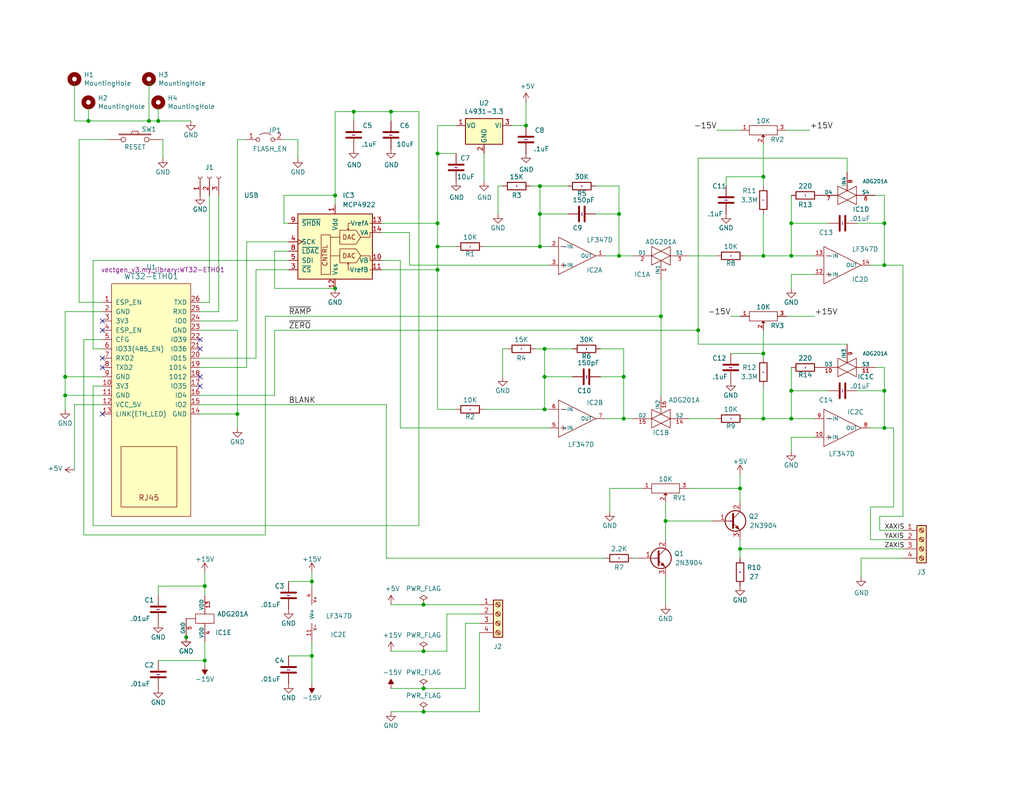
<source format=kicad_sch>
(kicad_sch (version 20211123) (generator eeschema)
  (paper "USLetter")
  (title_block (title "VECTGEN - ESP32") (date "2023-05-27") (rev "0") (comment 1 " ") (comment 3 "                   Wells Gardner 15V2000 Display Interface") (comment 4 "                               Vectgen X-Y Controller"))
  (lib_symbols
    (symbol "Analog_DAC:MCP4922" (pin_names (offset 1.016))
      (property "Reference" "IC3" (at 2.0194 12.7 0))
      (property "Value" "MCP4922" (at 2.0194 10.16 0))
      (symbol "MCP4922_0_0"
        (text "CNTRL" (at -2.032 -6.731 900) (effects (font (size 1.27 1.27)) (justify left bottom)))
        (text "DAC" (at 3.81 -3.81 0) (effects (font (size 1.27 1.27))))
        (text "DAC" (at 3.81 1.27 0) (effects (font (size 1.27 1.27))))
      )
      (symbol "MCP4922_1_1"
        (pin power_in line (at 0 10.16 270) (length 2.54) (name "Vdd") (number "1"))
        (pin output line (at 12.7 -5.08 180) (length 2.54) (name "VB") (number "10"))
        (pin input line (at 12.7 -7.62 180) (length 2.54) (name "VrefB") (number "11"))
        (pin power_in line (at 0 -12.7 90) (length 2.54) (name "Vss") (number "12"))
        (pin input line (at 12.7 5.08 180) (length 2.54) (name "VrefA") (number "13"))
        (pin output line (at 12.7 2.54 180) (length 2.54) (name "VA") (number "14"))
        (pin no_connect line (at -7.62 -12.7 90) (length 2.54) hide (name "NC") (number "2"))
        (pin input line (at -12.7 -7.62 0) (length 2.54) (name "~{CS}") (number "3"))
        (pin input clock (at -12.7 0 0) (length 2.54) (name "SCK") (number "4"))
        (pin input line (at -12.7 -5.08 0) (length 2.54) (name "SDI") (number "5"))
        (pin no_connect line (at -5.08 -12.7 90) (length 2.54) hide (name "NC") (number "6"))
        (pin no_connect line (at -2.54 -12.7 90) (length 2.54) hide (name "NC") (number "7"))
        (pin input line (at -12.7 -2.54 0) (length 2.54) (name "~{LDAC}") (number "8"))
        (pin input line (at -12.7 5.08 0) (length 2.54) (name "~{SHDN}") (number "9"))
      )
    )
    (symbol "Connector:Conn_01x03_Female" (pin_names (offset 1.016) hide)
      (property "Reference" "J" (at 0 5.08 0))
      (property "Value" "Conn_01x03_Female" (at 0 -5.08 0))
      (symbol "Conn_01x03_Female_1_1"
        (pin passive line (at -5.08 2.54 0) (length 3.81) (name "Pin_1") (number "1"))
        (pin passive line (at -5.08 0 0) (length 3.81) (name "Pin_2") (number "2"))
        (pin passive line (at -5.08 -2.54 0) (length 3.81) (name "Pin_3") (number "3"))
      )
    )
    (symbol "Connector:Screw_Terminal_01x04" (pin_names (offset 1.016) hide)
      (property "Reference" "J" (at 0 5.08 0))
      (property "Value" "Screw_Terminal_01x04" (at 0 -7.62 0))
      (symbol "Screw_Terminal_01x04_1_1"
        (pin passive line (at -5.08 2.54 0) (length 3.81) (name "Pin_1") (number "1"))
        (pin passive line (at -5.08 0 0) (length 3.81) (name "Pin_2") (number "2"))
        (pin passive line (at -5.08 -2.54 0) (length 3.81) (name "Pin_3") (number "3"))
        (pin passive line (at -5.08 -5.08 0) (length 3.81) (name "Pin_4") (number "4"))
      )
    )
    (symbol "Device:C" (pin_numbers hide) (pin_names (offset 0.254))
      (property "Reference" "C" (at 0.635 2.54 0))
      (property "Value" "C" (at 0.635 -2.54 0))
      (symbol "C_1_1"
        (pin passive line (at 0 3.81 270) (length 2.794) (name "~") (number "1"))
        (pin passive line (at 0 -3.81 90) (length 2.794) (name "~") (number "2"))
      )
    )
    (symbol "Device:Q_NPN_BCE" (pin_names (offset 0) hide)
      (property "Reference" "Q" (at 5.08 1.27 0))
      (property "Value" "Q_NPN_BCE" (at 5.08 -1.27 0))
      (symbol "Q_NPN_BCE_1_1"
        (pin input line (at -5.08 0 0) (length 5.715) (name "B") (number "1"))
        (pin passive line (at 2.54 5.08 270) (length 2.54) (name "C") (number "2"))
        (pin passive line (at 2.54 -5.08 90) (length 2.54) (name "E") (number "3"))
      )
    )
    (symbol "Device:R" (pin_numbers hide) (pin_names (offset 0))
      (property "Reference" "R" (at 2.032 0 90))
      (property "Value" "R" (at 0 0 90))
      (symbol "R_1_1"
        (pin passive line (at 0 3.81 270) (length 1.27) (name "~") (number "1"))
        (pin passive line (at 0 -3.81 90) (length 1.27) (name "~") (number "2"))
      )
    )
    (symbol "Jumper:Jumper_2_Open" (pin_names (offset 0) hide)
      (property "Reference" "JP" (at 0 2.794 0))
      (property "Value" "Jumper_2_Open" (at 0 -2.286 0))
      (symbol "Jumper_2_Open_1_1"
        (pin passive line (at -5.08 0 0) (length 2.54) (name "A") (number "1"))
        (pin passive line (at 5.08 0 180) (length 2.54) (name "B") (number "2"))
      )
    )
    (symbol "Mechanical:MountingHole" (pin_names (offset 1.016))
      (property "Reference" "H" (at 0 5.08 0))
      (property "Value" "MountingHole" (at 0 3.175 0))
    )
    (symbol "Regulator_Linear:LM2931AZ-5.0_TO92" (pin_names (offset 0.254))
      (property "Reference" "U" (at -3.81 3.175 0))
      (property "Value" "LM2931AZ-5.0_TO92" (at 0 3.175 0))
      (symbol "LM2931AZ-5.0_TO92_1_1"
        (pin power_out line (at 7.62 0 180) (length 2.54) (name "VO") (number "1"))
        (pin power_in line (at 0 -7.62 90) (length 2.54) (name "GND") (number "2"))
        (pin power_in line (at -7.62 0 0) (length 2.54) (name "VI") (number "3"))
      )
    )
    (symbol "power:+15V" (power) (pin_names (offset 0))
      (property "Value" "+15V" (at 0 3.556 0))
      (symbol "+15V_1_1"
        (pin power_in line (at 0 0 90) (length 0) hide (name "+15V") (number "1"))
      )
    )
    (symbol "power:+5V" (power) (pin_names (offset 0))
      (property "Value" "+5V" (at 0 3.556 0))
      (symbol "+5V_1_1"
        (pin power_in line (at 0 0 90) (length 0) hide (name "+5V") (number "1"))
      )
    )
    (symbol "power:-15V" (power) (pin_names (offset 0))
      (property "Value" "-15V" (at 0 3.81 0))
      (symbol "-15V_0_0"
        (pin power_in line (at 0 0 90) (length 0) hide (name "-15V") (number "1"))
      )
    )
    (symbol "power:GND" (power) (pin_names (offset 0))
      (property "Value" "GND" (at 0 -3.81 0))
      (symbol "GND_1_1"
        (pin power_in line (at 0 0 270) (length 0) hide (name "GND") (number "1"))
      )
    )
    (symbol "power:PWR_FLAG" (power) (pin_numbers hide) (pin_names (offset 0) hide)
      (property "Value" "PWR_FLAG" (at 0 3.81 0))
      (symbol "PWR_FLAG_0_0"
        (pin power_out line (at 0 0 90) (length 0) (name "pwr") (number "1"))
      )
    )
    (symbol "vectgen_V2-rescue:ADG202A-vectgen_V2-rescue-vectgen_V2-rescue" (pin_names (offset 0))
      (property "Reference" "U" (at 5.08 -3.7846 0))
      (property "Value" "ADG202A-vectgen_V2-rescue-vectgen_V2-rescue" (at 6.35 3.81 0))
      (symbol "ADG202A-vectgen_V2-rescue-vectgen_V2-rescue_1_1"
        (pin input line (at 0 -6.35 90) (length 5.08) (name "IN1") (number "1"))
        (pin bidirectional line (at -7.62 0 0) (length 5.08) (name "D1") (number "2"))
        (pin bidirectional line (at 7.62 0 180) (length 5.08) (name "S1") (number "3"))
      )
      (symbol "ADG202A-vectgen_V2-rescue-vectgen_V2-rescue_2_1"
        (pin bidirectional line (at 7.62 0 180) (length 5.08) (name "S2") (number "14"))
        (pin bidirectional line (at -7.62 0 0) (length 5.08) (name "D2") (number "15"))
        (pin input line (at 0 -6.35 90) (length 5.08) (name "IN2") (number "16"))
      )
      (symbol "ADG202A-vectgen_V2-rescue-vectgen_V2-rescue_3_1"
        (pin bidirectional line (at -7.62 0 0) (length 5.08) (name "D3") (number "10"))
        (pin bidirectional line (at 7.62 0 180) (length 5.08) (name "S3") (number "11"))
        (pin input line (at 0 -6.35 90) (length 5.08) (name "IN3") (number "9"))
      )
      (symbol "ADG202A-vectgen_V2-rescue-vectgen_V2-rescue_4_1"
        (pin bidirectional line (at 7.62 0 180) (length 5.08) (name "S4") (number "6"))
        (pin bidirectional line (at -7.62 0 0) (length 5.08) (name "D4") (number "7"))
        (pin input line (at 0 -6.35 90) (length 5.08) (name "IN4") (number "8"))
      )
      (symbol "ADG202A-vectgen_V2-rescue-vectgen_V2-rescue_5_1"
        (pin passive line (at 0 6.35 270) (length 5.08) (name "VDD") (number "13"))
        (pin input line (at 0 -6.35 90) (length 5.08) (name "VDD") (number "4"))
        (pin passive line (at -5.08 -5.08 90) (length 5.08) (name "GND") (number "5"))
      )
    )
    (symbol "vectgen_V2-rescue:LF347D-vectgen_V2-rescue-vectgen_V2-rescue" (pin_names (offset 1.016))
      (property "Reference" "IC" (at 2.54 3.175 0))
      (property "Value" "LF347D-vectgen_V2-rescue-vectgen_V2-rescue" (at 2.54 -5.08 0))
      (symbol "LF347D-vectgen_V2-rescue-vectgen_V2-rescue_1_1"
        (pin output line (at 7.62 0 180) (length 2.54) (name "OUT") (number "1"))
        (pin input line (at -7.62 -2.54 0) (length 2.54) (name "-IN") (number "2"))
        (pin input line (at -7.62 2.54 0) (length 2.54) (name "+IN") (number "3"))
      )
      (symbol "LF347D-vectgen_V2-rescue-vectgen_V2-rescue_2_1"
        (pin input line (at -7.62 2.54 0) (length 2.54) (name "+IN") (number "5"))
        (pin input line (at -7.62 -2.54 0) (length 2.54) (name "-IN") (number "6"))
        (pin output line (at 7.62 0 180) (length 2.54) (name "OUT") (number "7"))
      )
      (symbol "LF347D-vectgen_V2-rescue-vectgen_V2-rescue_3_1"
        (pin input line (at -7.62 2.54 0) (length 2.54) (name "+IN") (number "10"))
        (pin output line (at 7.62 0 180) (length 2.54) (name "OUT") (number "8"))
        (pin input line (at -7.62 -2.54 0) (length 2.54) (name "-IN") (number "9"))
      )
      (symbol "LF347D-vectgen_V2-rescue-vectgen_V2-rescue_4_1"
        (pin input line (at -7.62 2.54 0) (length 2.54) (name "+IN") (number "12"))
        (pin input line (at -7.62 -2.54 0) (length 2.54) (name "-IN") (number "13"))
        (pin output line (at 7.62 0 180) (length 2.54) (name "OUT") (number "14"))
      )
      (symbol "LF347D-vectgen_V2-rescue-vectgen_V2-rescue_5_0"
        (text "V+" (at 0.8636 3.9878 1) (effects (font (size 0.8128 0.8128))))
        (text "V-" (at 0.8636 -3.6322 1) (effects (font (size 0.8128 0.8128))))
      )
      (symbol "LF347D-vectgen_V2-rescue-vectgen_V2-rescue_5_1"
        (pin power_in line (at 0 -7.62 90) (length 5.08) (name "V-") (number "11"))
        (pin power_in line (at 0 7.62 270) (length 5.08) (name "V+") (number "4"))
      )
    )
    (symbol "vectgen_V2-rescue:POT-vectgen_V2-rescue-vectgen_V2-rescue" (pin_names (offset 1.016) hide)
      (property "Reference" "RV" (at 0 -2.54 0))
      (property "Value" "POT-vectgen_V2-rescue-vectgen_V2-rescue" (at 0 0 0))
      (symbol "POT-vectgen_V2-rescue-vectgen_V2-rescue_1_1"
        (pin passive line (at -6.35 0 0) (length 2.54) (name "1") (number "1"))
        (pin passive line (at 0 3.81 270) (length 2.032) (name "2") (number "2"))
        (pin passive line (at 6.35 0 180) (length 2.54) (name "3") (number "3"))
      )
    )
    (symbol "vectgen_V2-rescue:SW_PUSH-vectgen_V2-rescue-vectgen_V2-rescue" (pin_numbers hide) (pin_names (offset 1.016) hide)
      (property "Reference" "SW" (at 3.81 2.794 0))
      (property "Value" "SW_PUSH-vectgen_V2-rescue-vectgen_V2-rescue" (at 0 -2.032 0))
      (symbol "SW_PUSH-vectgen_V2-rescue-vectgen_V2-rescue_0_1"
        (pin passive inverted (at -7.62 0 0) (length 5.08) (name "1") (number "1"))
        (pin passive inverted (at 7.62 0 180) (length 5.08) (name "2") (number "2"))
      )
    )
    (symbol "vectgen_V2-rescue:WT32-ETH01" (pin_names (offset 1.016))
      (property "Reference" "U" (at 20.32 -36.83 0))
      (property "Value" "WT32-ETH01" (at 0 0 0))
      (symbol "WT32-ETH01_0_0"
        (text "RJ45" (at 0 -59.69 0) (effects (font (size 1.524 1.524))))
        (pin bidirectional line (at -12.7 -6.35 0) (length 2.54) (name "ESP_EN") (number "1"))
        (pin power_in line (at -12.7 -8.89 0) (length 2.54) (name "GND") (number "2"))
        (pin power_out line (at -12.7 -11.43 0) (length 2.54) (name "3V3") (number "3"))
        (pin bidirectional line (at -12.7 -13.97 0) (length 2.54) (name "ESP_EN") (number "4"))
        (pin bidirectional line (at -12.7 -16.51 0) (length 2.54) (name "CFG") (number "5"))
      )
      (symbol "WT32-ETH01_1_1"
        (pin power_out line (at -12.7 -29.21 0) (length 2.54) (name "3V3") (number "10"))
        (pin power_in line (at -12.7 -31.75 0) (length 2.54) (name "GND") (number "11"))
        (pin power_in line (at -12.7 -34.29 0) (length 2.54) (name "VCC_5V") (number "12"))
        (pin bidirectional line (at -12.7 -36.83 0) (length 2.54) (name "LINK(ETH_LED)") (number "13"))
        (pin power_in line (at 13.97 -36.83 180) (length 2.54) (name "GND") (number "14"))
        (pin bidirectional line (at 13.97 -34.29 180) (length 2.54) (name "IO2") (number "15"))
        (pin bidirectional line (at 13.97 -31.75 180) (length 2.54) (name "IO4") (number "16"))
        (pin bidirectional line (at 13.97 -29.21 180) (length 2.54) (name "IO35") (number "17"))
        (pin bidirectional line (at 13.97 -26.67 180) (length 2.54) (name "1012") (number "18"))
        (pin bidirectional line (at 13.97 -24.13 180) (length 2.54) (name "1014") (number "19"))
        (pin bidirectional line (at 13.97 -21.59 180) (length 2.54) (name "IO15") (number "20"))
        (pin input line (at 13.97 -19.05 180) (length 2.54) (name "IO36") (number "21"))
        (pin input line (at 13.97 -16.51 180) (length 2.54) (name "IO39") (number "22"))
        (pin power_in line (at 13.97 -13.97 180) (length 2.54) (name "GND") (number "23"))
        (pin bidirectional line (at 13.97 -11.43 180) (length 2.54) (name "IO0") (number "24"))
        (pin bidirectional line (at 13.97 -8.89 180) (length 2.54) (name "RXD") (number "25"))
        (pin bidirectional line (at 13.97 -6.35 180) (length 2.54) (name "TXD") (number "26"))
        (pin bidirectional line (at -12.7 -19.05 0) (length 2.54) (name "IO33(485_EN)") (number "6"))
        (pin bidirectional line (at -12.7 -21.59 0) (length 2.54) (name "RXD2") (number "7"))
        (pin bidirectional line (at -12.7 -24.13 0) (length 2.54) (name "TXD2") (number "8"))
        (pin power_in line (at -12.7 -26.67 0) (length 2.54) (name "GND") (number "9"))
      )
    )
  )
  (junction (at 168.91 58.42))
  (junction (at 215.9 60.96))
  (junction (at 115.57 177.8))
  (junction (at 119.38 41.91))
  (junction (at 148.59 111.76))
  (junction (at 115.57 187.96))
  (junction (at 55.88 180.34))
  (junction (at 215.9 114.3))
  (junction (at 17.78 107.95))
  (junction (at 170.18 102.87))
  (junction (at 201.93 133.35))
  (junction (at 147.32 58.42))
  (junction (at 180.34 86.36))
  (junction (at 241.3 72.39))
  (junction (at 215.9 69.85))
  (junction (at 147.32 67.31))
  (junction (at 85.09 158.75))
  (junction (at 40.64 33.02))
  (junction (at 170.18 114.3))
  (junction (at 168.91 69.85))
  (junction (at 50.8 173.99))
  (junction (at 119.38 67.31))
  (junction (at 215.9 106.68))
  (junction (at 96.52 30.48))
  (junction (at 201.93 149.86))
  (junction (at 181.61 142.24))
  (junction (at 241.3 116.84))
  (junction (at 241.3 106.68))
  (junction (at 17.78 102.87))
  (junction (at 190.5 90.17))
  (junction (at 43.18 33.02))
  (junction (at 148.59 95.25))
  (junction (at 115.57 165.1))
  (junction (at 208.28 69.85))
  (junction (at 147.32 50.8))
  (junction (at 241.3 60.96))
  (junction (at 208.28 96.52))
  (junction (at 91.44 53.34))
  (junction (at 55.88 160.02))
  (junction (at 115.57 194.31))
  (junction (at 91.44 78.74))
  (junction (at 119.38 73.66))
  (junction (at 85.09 179.07))
  (junction (at 148.59 102.87))
  (junction (at 208.28 48.26))
  (junction (at 208.28 114.3))
  (junction (at 106.68 30.48))
  (junction (at 119.38 60.96))
  (junction (at 143.51 34.29))
  (junction (at 24.13 33.02))
  (junction (at 64.77 113.03))
  (no_connect (at 27.94 87.63))
  (no_connect (at 27.94 113.03))
  (no_connect (at 27.94 97.79))
  (no_connect (at 27.94 100.33))
  (no_connect (at 54.61 105.41))
  (no_connect (at 54.61 92.71))
  (no_connect (at 27.94 90.17))
  (no_connect (at 54.61 95.25))
  (no_connect (at 54.61 102.87))
  (wire (pts (xy 198.12 48.26) (xy 208.28 48.26)))
  (wire (pts (xy 20.32 110.49) (xy 27.94 110.49)))
  (wire (pts (xy 115.57 165.1) (xy 130.81 165.1)))
  (wire (pts (xy 130.81 170.18) (xy 127 170.18)))
  (wire (pts (xy 181.61 142.24) (xy 181.61 147.32)))
  (wire (pts (xy 181.61 137.16) (xy 181.61 142.24)))
  (wire (pts (xy 165.1 69.85) (xy 168.91 69.85)))
  (wire (pts (xy 54.61 85.09) (xy 59.69 85.09)))
  (wire (pts (xy 127 187.96) (xy 115.57 187.96)))
  (wire (pts (xy 77.47 60.96) (xy 78.74 60.96)))
  (wire (pts (xy 72.39 86.36) (xy 72.39 146.05)))
  (wire (pts (xy 237.49 147.32) (xy 246.38 147.32)))
  (wire (pts (xy 43.18 180.34) (xy 55.88 180.34)))
  (wire (pts (xy 214.63 35.56) (xy 220.98 35.56)))
  (wire (pts (xy 67.31 38.1) (xy 64.77 38.1)))
  (wire (pts (xy 127 170.18) (xy 127 187.96)))
  (wire (pts (xy 132.08 41.91) (xy 132.08 49.53)))
  (wire (pts (xy 27.94 107.95) (xy 17.78 107.95)))
  (wire (pts (xy 241.3 106.68) (xy 241.3 116.84)))
  (wire (pts (xy 55.88 175.26) (xy 55.88 180.34)))
  (wire (pts (xy 208.28 114.3) (xy 215.9 114.3)))
  (wire (pts (xy 208.28 39.37) (xy 208.28 48.26)))
  (wire (pts (xy 109.22 71.12) (xy 109.22 116.84)))
  (wire (pts (xy 190.5 90.17) (xy 190.5 93.98)))
  (wire (pts (xy 143.51 27.94) (xy 143.51 34.29)))
  (wire (pts (xy 222.25 74.93) (xy 215.9 74.93)))
  (wire (pts (xy 166.37 133.35) (xy 166.37 139.7)))
  (wire (pts (xy 208.28 69.85) (xy 215.9 69.85)))
  (wire (pts (xy 27.94 92.71) (xy 22.86 92.71)))
  (wire (pts (xy 20.32 33.02) (xy 24.13 33.02)))
  (wire (pts (xy 20.32 22.86) (xy 20.32 33.02)))
  (wire (pts (xy 85.09 158.75) (xy 85.09 160.02)))
  (wire (pts (xy 43.18 29.21) (xy 43.18 33.02)))
  (wire (pts (xy 165.1 114.3) (xy 170.18 114.3)))
  (wire (pts (xy 40.64 33.02) (xy 43.18 33.02)))
  (wire (pts (xy 85.09 156.21) (xy 85.09 158.75)))
  (wire (pts (xy 64.77 90.17) (xy 64.77 113.03)))
  (wire (pts (xy 74.93 78.74) (xy 91.44 78.74)))
  (wire (pts (xy 54.61 113.03) (xy 64.77 113.03)))
  (wire (pts (xy 201.93 149.86) (xy 201.93 152.4)))
  (wire (pts (xy 54.61 87.63) (xy 64.77 87.63)))
  (wire (pts (xy 132.08 111.76) (xy 148.59 111.76)))
  (wire (pts (xy 215.9 106.68) (xy 215.9 114.3)))
  (wire (pts (xy 168.91 69.85) (xy 172.72 69.85)))
  (wire (pts (xy 124.46 111.76) (xy 119.38 111.76)))
  (wire (pts (xy 135.89 50.8) (xy 135.89 58.42)))
  (wire (pts (xy 64.77 87.63) (xy 64.77 38.1)))
  (wire (pts (xy 105.41 110.49) (xy 105.41 152.4)))
  (wire (pts (xy 237.49 116.84) (xy 241.3 116.84)))
  (wire (pts (xy 25.4 143.51) (xy 114.3 143.51)))
  (wire (pts (xy 115.57 194.31) (xy 106.68 194.31)))
  (wire (pts (xy 190.5 93.98) (xy 231.14 93.98)))
  (wire (pts (xy 85.09 179.07) (xy 85.09 186.69)))
  (wire (pts (xy 119.38 34.29) (xy 124.46 34.29)))
  (wire (pts (xy 243.84 138.43) (xy 237.49 138.43)))
  (wire (pts (xy 201.93 147.32) (xy 201.93 149.86)))
  (wire (pts (xy 43.18 33.02) (xy 52.07 33.02)))
  (wire (pts (xy 106.68 187.96) (xy 115.57 187.96)))
  (wire (pts (xy 96.52 30.48) (xy 106.68 30.48)))
  (wire (pts (xy 21.59 82.55) (xy 21.59 38.1)))
  (wire (pts (xy 17.78 102.87) (xy 17.78 107.95)))
  (wire (pts (xy 21.59 38.1) (xy 29.21 38.1)))
  (wire (pts (xy 208.28 90.17) (xy 208.28 96.52)))
  (wire (pts (xy 208.28 96.52) (xy 208.28 97.79)))
  (wire (pts (xy 64.77 113.03) (xy 64.77 116.84)))
  (wire (pts (xy 67.31 66.04) (xy 67.31 100.33)))
  (wire (pts (xy 162.56 58.42) (xy 168.91 58.42)))
  (wire (pts (xy 121.92 177.8) (xy 115.57 177.8)))
  (wire (pts (xy 114.3 30.48) (xy 114.3 143.51)))
  (wire (pts (xy 54.61 107.95) (xy 74.93 107.95)))
  (wire (pts (xy 137.16 50.8) (xy 135.89 50.8)))
  (wire (pts (xy 168.91 50.8) (xy 162.56 50.8)))
  (wire (pts (xy 231.14 43.18) (xy 231.14 46.99)))
  (wire (pts (xy 215.9 106.68) (xy 226.06 106.68)))
  (wire (pts (xy 25.4 105.41) (xy 25.4 143.51)))
  (wire (pts (xy 119.38 111.76) (xy 119.38 73.66)))
  (wire (pts (xy 201.93 133.35) (xy 187.96 133.35)))
  (wire (pts (xy 78.74 179.07) (xy 85.09 179.07)))
  (wire (pts (xy 208.28 48.26) (xy 208.28 50.8)))
  (wire (pts (xy 137.16 95.25) (xy 137.16 102.87)))
  (wire (pts (xy 74.93 78.74) (xy 74.93 68.58)))
  (wire (pts (xy 106.68 165.1) (xy 115.57 165.1)))
  (wire (pts (xy 240.03 144.78) (xy 246.38 144.78)))
  (wire (pts (xy 201.93 129.54) (xy 201.93 133.35)))
  (wire (pts (xy 148.59 111.76) (xy 149.86 111.76)))
  (wire (pts (xy 106.68 30.48) (xy 114.3 30.48)))
  (wire (pts (xy 246.38 140.97) (xy 240.03 140.97)))
  (wire (pts (xy 77.47 53.34) (xy 77.47 60.96)))
  (wire (pts (xy 208.28 105.41) (xy 208.28 114.3)))
  (wire (pts (xy 170.18 95.25) (xy 163.83 95.25)))
  (wire (pts (xy 78.74 158.75) (xy 85.09 158.75)))
  (wire (pts (xy 54.61 97.79) (xy 69.85 97.79)))
  (wire (pts (xy 55.88 156.21) (xy 55.88 160.02)))
  (wire (pts (xy 130.81 167.64) (xy 121.92 167.64)))
  (wire (pts (xy 215.9 69.85) (xy 222.25 69.85)))
  (wire (pts (xy 25.4 95.25) (xy 25.4 71.12)))
  (wire (pts (xy 195.58 114.3) (xy 187.96 114.3)))
  (wire (pts (xy 69.85 73.66) (xy 78.74 73.66)))
  (wire (pts (xy 234.95 152.4) (xy 234.95 157.48)))
  (wire (pts (xy 119.38 60.96) (xy 119.38 67.31)))
  (wire (pts (xy 203.2 69.85) (xy 208.28 69.85)))
  (wire (pts (xy 198.12 50.8) (xy 198.12 48.26)))
  (wire (pts (xy 54.61 82.55) (xy 57.15 82.55)))
  (wire (pts (xy 148.59 95.25) (xy 148.59 102.87)))
  (wire (pts (xy 241.3 53.34) (xy 241.3 60.96)))
  (wire (pts (xy 180.34 86.36) (xy 180.34 107.95)))
  (wire (pts (xy 55.88 180.34) (xy 55.88 181.61)))
  (wire (pts (xy 27.94 102.87) (xy 17.78 102.87)))
  (wire (pts (xy 27.94 105.41) (xy 25.4 105.41)))
  (wire (pts (xy 234.95 152.4) (xy 246.38 152.4)))
  (wire (pts (xy 124.46 41.91) (xy 119.38 41.91)))
  (wire (pts (xy 54.61 100.33) (xy 67.31 100.33)))
  (wire (pts (xy 119.38 34.29) (xy 119.38 41.91)))
  (wire (pts (xy 85.09 175.26) (xy 85.09 179.07)))
  (wire (pts (xy 201.93 86.36) (xy 199.39 86.36)))
  (wire (pts (xy 146.05 95.25) (xy 148.59 95.25)))
  (wire (pts (xy 27.94 82.55) (xy 21.59 82.55)))
  (wire (pts (xy 154.94 58.42) (xy 147.32 58.42)))
  (wire (pts (xy 156.21 102.87) (xy 148.59 102.87)))
  (wire (pts (xy 215.9 60.96) (xy 215.9 53.34)))
  (wire (pts (xy 215.9 100.33) (xy 215.9 106.68)))
  (wire (pts (xy 170.18 114.3) (xy 172.72 114.3)))
  (wire (pts (xy 72.39 86.36) (xy 180.34 86.36)))
  (wire (pts (xy 199.39 96.52) (xy 208.28 96.52)))
  (wire (pts (xy 201.93 133.35) (xy 201.93 137.16)))
  (wire (pts (xy 104.14 60.96) (xy 119.38 60.96)))
  (wire (pts (xy 233.68 60.96) (xy 241.3 60.96)))
  (wire (pts (xy 168.91 50.8) (xy 168.91 58.42)))
  (wire (pts (xy 57.15 53.34) (xy 57.15 82.55)))
  (wire (pts (xy 109.22 116.84) (xy 149.86 116.84)))
  (wire (pts (xy 237.49 72.39) (xy 241.3 72.39)))
  (wire (pts (xy 43.18 162.56) (xy 43.18 160.02)))
  (wire (pts (xy 104.14 71.12) (xy 109.22 71.12)))
  (wire (pts (xy 180.34 76.2) (xy 180.34 86.36)))
  (wire (pts (xy 215.9 119.38) (xy 215.9 123.19)))
  (wire (pts (xy 132.08 67.31) (xy 147.32 67.31)))
  (wire (pts (xy 241.3 60.96) (xy 241.3 72.39)))
  (wire (pts (xy 208.28 58.42) (xy 208.28 69.85)))
  (wire (pts (xy 241.3 72.39) (xy 246.38 72.39)))
  (wire (pts (xy 241.3 116.84) (xy 243.84 116.84)))
  (wire (pts (xy 27.94 85.09) (xy 17.78 85.09)))
  (wire (pts (xy 240.03 140.97) (xy 240.03 144.78)))
  (wire (pts (xy 91.44 55.88) (xy 91.44 53.34)))
  (wire (pts (xy 147.32 50.8) (xy 147.32 58.42)))
  (wire (pts (xy 119.38 67.31) (xy 124.46 67.31)))
  (wire (pts (xy 130.81 194.31) (xy 115.57 194.31)))
  (wire (pts (xy 170.18 102.87) (xy 170.18 114.3)))
  (wire (pts (xy 238.76 100.33) (xy 241.3 100.33)))
  (wire (pts (xy 121.92 167.64) (xy 121.92 177.8)))
  (wire (pts (xy 181.61 157.48) (xy 181.61 165.1)))
  (wire (pts (xy 27.94 95.25) (xy 25.4 95.25)))
  (wire (pts (xy 215.9 114.3) (xy 222.25 114.3)))
  (wire (pts (xy 187.96 69.85) (xy 195.58 69.85)))
  (wire (pts (xy 69.85 97.79) (xy 69.85 73.66)))
  (wire (pts (xy 163.83 102.87) (xy 170.18 102.87)))
  (wire (pts (xy 168.91 58.42) (xy 168.91 69.85)))
  (wire (pts (xy 138.43 95.25) (xy 137.16 95.25)))
  (wire (pts (xy 54.61 110.49) (xy 105.41 110.49)))
  (wire (pts (xy 148.59 102.87) (xy 148.59 111.76)))
  (wire (pts (xy 91.44 30.48) (xy 96.52 30.48)))
  (wire (pts (xy 77.47 53.34) (xy 91.44 53.34)))
  (wire (pts (xy 17.78 85.09) (xy 17.78 102.87)))
  (wire (pts (xy 237.49 138.43) (xy 237.49 147.32)))
  (wire (pts (xy 214.63 86.36) (xy 222.25 86.36)))
  (wire (pts (xy 190.5 43.18) (xy 190.5 90.17)))
  (wire (pts (xy 111.76 63.5) (xy 111.76 72.39)))
  (wire (pts (xy 143.51 34.29) (xy 139.7 34.29)))
  (wire (pts (xy 147.32 58.42) (xy 147.32 67.31)))
  (wire (pts (xy 25.4 71.12) (xy 78.74 71.12)))
  (wire (pts (xy 233.68 106.68) (xy 241.3 106.68)))
  (wire (pts (xy 215.9 119.38) (xy 222.25 119.38)))
  (wire (pts (xy 41.91 22.86) (xy 40.64 22.86)))
  (wire (pts (xy 147.32 50.8) (xy 154.94 50.8)))
  (wire (pts (xy 119.38 41.91) (xy 119.38 60.96)))
  (wire (pts (xy 74.93 107.95) (xy 74.93 90.17)))
  (wire (pts (xy 215.9 60.96) (xy 226.06 60.96)))
  (wire (pts (xy 241.3 100.33) (xy 241.3 106.68)))
  (wire (pts (xy 55.88 160.02) (xy 55.88 162.56)))
  (wire (pts (xy 22.86 146.05) (xy 72.39 146.05)))
  (wire (pts (xy 246.38 72.39) (xy 246.38 140.97)))
  (wire (pts (xy 43.18 160.02) (xy 55.88 160.02)))
  (wire (pts (xy 24.13 33.02) (xy 40.64 33.02)))
  (wire (pts (xy 215.9 74.93) (xy 215.9 78.74)))
  (wire (pts (xy 201.93 35.56) (xy 195.58 35.56)))
  (wire (pts (xy 203.2 114.3) (xy 208.28 114.3)))
  (wire (pts (xy 24.13 29.21) (xy 24.13 33.02)))
  (wire (pts (xy 243.84 116.84) (xy 243.84 138.43)))
  (wire (pts (xy 130.81 172.72) (xy 130.81 194.31)))
  (wire (pts (xy 104.14 63.5) (xy 111.76 63.5)))
  (wire (pts (xy 54.61 90.17) (xy 64.77 90.17)))
  (wire (pts (xy 67.31 66.04) (xy 78.74 66.04)))
  (wire (pts (xy 147.32 67.31) (xy 149.86 67.31)))
  (wire (pts (xy 91.44 53.34) (xy 91.44 30.48)))
  (wire (pts (xy 22.86 92.71) (xy 22.86 146.05)))
  (wire (pts (xy 241.3 53.34) (xy 238.76 53.34)))
  (wire (pts (xy 190.5 43.18) (xy 231.14 43.18)))
  (wire (pts (xy 20.32 110.49) (xy 20.32 128.27)))
  (wire (pts (xy 144.78 50.8) (xy 147.32 50.8)))
  (wire (pts (xy 104.14 73.66) (xy 119.38 73.66)))
  (wire (pts (xy 77.47 38.1) (xy 81.28 38.1)))
  (wire (pts (xy 81.28 38.1) (xy 81.28 43.18)))
  (wire (pts (xy 119.38 73.66) (xy 119.38 67.31)))
  (wire (pts (xy 96.52 33.02) (xy 96.52 30.48)))
  (wire (pts (xy 106.68 33.02) (xy 106.68 30.48)))
  (wire (pts (xy 59.69 85.09) (xy 59.69 53.34)))
  (wire (pts (xy 40.64 22.86) (xy 40.64 33.02)))
  (wire (pts (xy 170.18 95.25) (xy 170.18 102.87)))
  (wire (pts (xy 111.76 72.39) (xy 149.86 72.39)))
  (wire (pts (xy 74.93 90.17) (xy 190.5 90.17)))
  (wire (pts (xy 172.72 152.4) (xy 173.99 152.4)))
  (wire (pts (xy 106.68 177.8) (xy 115.57 177.8)))
  (wire (pts (xy 215.9 69.85) (xy 215.9 60.96)))
  (wire (pts (xy 194.31 142.24) (xy 181.61 142.24)))
  (wire (pts (xy 201.93 149.86) (xy 246.38 149.86)))
  (wire (pts (xy 105.41 152.4) (xy 165.1 152.4)))
  (wire (pts (xy 175.26 133.35) (xy 166.37 133.35)))
  (wire (pts (xy 74.93 68.58) (xy 78.74 68.58)))
  (wire (pts (xy 44.45 38.1) (xy 44.45 43.18)))
  (wire (pts (xy 148.59 95.25) (xy 156.21 95.25)))
  (wire (pts (xy 17.78 107.95) (xy 17.78 111.76)))
  (text "  " (at 189.23 190.5 0) (effects (font (size 1.4986 1.4986)) (justify left bottom)))
  (label "-15V" (at 195.58 35.56 180) (effects (font (size 1.524 1.524))))
  (label "XAXIS" (at 241.3 144.78 0))
  (label "YAXIS" (at 241.3 147.32 0))
  (label "BLANK" (at 78.74 110.49 0) (effects (font (size 1.524 1.524))))
  (label "+15V" (at 220.98 35.56 0) (effects (font (size 1.524 1.524))))
  (label "-15V" (at 199.39 86.36 180) (effects (font (size 1.524 1.524))))
  (label "ZAXIS" (at 241.3 149.86 0))
  (label "~{ZERO}" (at 78.74 90.17 0) (effects (font (size 1.524 1.524))))
  (label "+15V" (at 222.25 86.36 0) (effects (font (size 1.524 1.524))))
  (label "~{RAMP}" (at 78.74 86.36 0) (effects (font (size 1.524 1.524))))
  (symbol (lib_id "vectgen_V2-rescue:ADG202A-vectgen_V2-rescue-vectgen_V2-rescue") (at 180.34 69.85 0) (unit 1)
    (property "Reference" "IC1" (at 175.26 74.93 0))
    (property "Value" "ADG201A" (at 180.34 66.04 0))
    (property "Footprint" "Package_DIP:DIP-16_W7.62mm" (effects hide))
  )
  (symbol (lib_id "vectgen_V2-rescue:ADG202A-vectgen_V2-rescue-vectgen_V2-rescue") (at 180.34 114.3 0) (mirror x) (unit 2)
    (property "Reference" "IC1" (at 180.34 118.11 0))
    (property "Value" "ADG201A" (at 186.69 109.22 0))
    (property "Footprint" "Package_DIP:DIP-16_W7.62mm" (effects hide))
  )
  (symbol (lib_id "vectgen_V2-rescue:ADG202A-vectgen_V2-rescue-vectgen_V2-rescue") (at 231.14 100.33 0) (mirror x) (unit 3)
    (property "Reference" "IC1" (at 236.22 102.87 0))
    (property "Value" "ADG201A" (at 238.76 96.52 0) (effects (font (size 1.016 1.016))))
    (property "Footprint" "Package_DIP:DIP-16_W7.62mm" (effects hide))
  )
  (symbol (lib_id "vectgen_V2-rescue:ADG202A-vectgen_V2-rescue-vectgen_V2-rescue") (at 231.14 53.34 0) (mirror x) (unit 4)
    (property "Reference" "IC1" (at 234.95 57.15 0))
    (property "Value" "ADG201A" (at 238.76 49.53 0) (effects (font (size 1.016 1.016))))
    (property "Footprint" "Package_DIP:DIP-16_W7.62mm" (effects hide))
  )
  (symbol (lib_id "vectgen_V2-rescue:LF347D-vectgen_V2-rescue-vectgen_V2-rescue") (at 157.48 69.85 0) (mirror x) (unit 1)
    (property "Reference" "IC2" (at 160.02 73.025 0) (effects (justify left bottom)))
    (property "Value" "LF347D" (at 160.02 64.77 0) (effects (justify left bottom)))
    (property "Footprint" "Package_DIP:DIP-14_W7.62mm" (effects hide))
  )
  (symbol (lib_id "vectgen_V2-rescue:LF347D-vectgen_V2-rescue-vectgen_V2-rescue") (at 157.48 114.3 0) (mirror x) (unit 2)
    (property "Reference" "IC2" (at 160.02 109.22 0) (effects (justify left bottom)))
    (property "Value" "LF347D" (at 154.94 120.65 0) (effects (justify left bottom)))
    (property "Footprint" "Package_DIP:DIP-14_W7.62mm" (effects hide))
  )
  (symbol (lib_id "vectgen_V2-rescue:LF347D-vectgen_V2-rescue-vectgen_V2-rescue") (at 229.87 116.84 0) (mirror x) (unit 3)
    (property "Reference" "IC2" (at 231.14 111.76 0) (effects (justify left bottom)))
    (property "Value" "LF347D" (at 226.06 123.19 0) (effects (justify left bottom)))
    (property "Footprint" "Package_DIP:DIP-14_W7.62mm" (effects hide))
  )
  (symbol (lib_id "vectgen_V2-rescue:LF347D-vectgen_V2-rescue-vectgen_V2-rescue") (at 229.87 72.39 0) (mirror x) (unit 4)
    (property "Reference" "IC2" (at 232.41 75.565 0) (effects (justify left bottom)))
    (property "Value" "LF347D" (at 232.41 67.31 0) (effects (justify left bottom)))
    (property "Footprint" "Package_DIP:DIP-14_W7.62mm" (effects hide))
  )
  (symbol (lib_id "vectgen_V2-rescue:LF347D-vectgen_V2-rescue-vectgen_V2-rescue") (at 85.09 167.64 0) (unit 5)
    (property "Reference" "IC2" (at 90.17 173.99 0) (effects (justify left bottom)))
    (property "Value" "LF347D" (at 88.9 168.91 0) (effects (justify left bottom)))
    (property "Footprint" "Package_DIP:DIP-14_W7.62mm" (effects hide))
  )
  (symbol (lib_id "Device:R") (at 128.27 67.31 270) (unit 1)
    (property "Reference" "R1" (at 128.27 69.342 90))
    (property "Value" "10K" (at 128.27 64.77 90))
    (property "Footprint" "Resistor_THT:R_Axial_DIN0204_L3.6mm_D1.6mm_P7.62mm_Horizontal" (effects hide))
    (property "Datasheet" "~" (at 128.27 67.31 0) (effects (font (size 0.762 0.762))))
  )
  (symbol (lib_id "Device:R") (at 142.24 95.25 90) (unit 1)
    (property "Reference" "R4" (at 142.24 97.79 90))
    (property "Value" "15K" (at 142.24 92.71 90))
    (property "Footprint" "Resistor_THT:R_Axial_DIN0204_L3.6mm_D1.6mm_P7.62mm_Horizontal" (effects hide))
    (property "Datasheet" "~" (at 142.24 95.25 0) (effects (font (size 0.762 0.762))))
  )
  (symbol (lib_id "Device:R") (at 128.27 111.76 270) (unit 1)
    (property "Reference" "R2" (at 128.27 113.792 90))
    (property "Value" "10K" (at 128.27 109.22 90))
    (property "Footprint" "Resistor_THT:R_Axial_DIN0204_L3.6mm_D1.6mm_P7.62mm_Horizontal" (effects hide))
    (property "Datasheet" "~" (at 128.27 111.76 0) (effects (font (size 0.762 0.762))))
  )
  (symbol (lib_id "Device:R") (at 199.39 69.85 270) (unit 1)
    (property "Reference" "R8" (at 199.39 71.882 90))
    (property "Value" "10K" (at 199.39 67.31 90))
    (property "Footprint" "Resistor_THT:R_Axial_DIN0204_L3.6mm_D1.6mm_P7.62mm_Horizontal" (effects hide))
    (property "Datasheet" "~" (at 199.39 69.85 0) (effects (font (size 0.762 0.762))))
  )
  (symbol (lib_id "Device:R") (at 199.39 114.3 270) (unit 1)
    (property "Reference" "R9" (at 199.39 116.332 90))
    (property "Value" "10K" (at 199.39 111.76 90))
    (property "Footprint" "Resistor_THT:R_Axial_DIN0204_L3.6mm_D1.6mm_P7.62mm_Horizontal" (effects hide))
    (property "Datasheet" "~" (at 199.39 114.3 0) (effects (font (size 0.762 0.762))))
  )
  (symbol (lib_id "power:GND") (at 215.9 78.74 0) (unit 1)
    (property "Reference" "#PWR037" (effects hide))
    (property "Value" "GND" (at 215.9 82.55 0))
  )
  (symbol (lib_id "power:GND") (at 215.9 123.19 0) (unit 1)
    (property "Reference" "#PWR038" (effects hide))
    (property "Value" "GND" (at 215.9 127 0))
  )
  (symbol (lib_id "Device:C") (at 229.87 106.68 90) (unit 1)
    (property "Reference" "C14" (at 227.33 109.22 90) (effects (justify left)))
    (property "Value" ".01uF" (at 237.49 105.41 90) (effects (justify left)))
    (property "Footprint" "Capacitor_THT:C_Rect_L11.0mm_W2.8mm_P10.00mm_MKT" (effects hide))
    (property "Datasheet" "~" (at 229.87 106.68 0) (effects (font (size 1.524 1.524))))
  )
  (symbol (lib_id "Device:C") (at 229.87 60.96 90) (unit 1)
    (property "Reference" "C13" (at 227.33 63.5 90) (effects (justify left)))
    (property "Value" ".01uF" (at 237.49 59.69 90) (effects (justify left)))
    (property "Footprint" "Capacitor_THT:C_Rect_L11.0mm_W2.8mm_P10.00mm_MKT" (effects hide))
    (property "Datasheet" "~" (at 229.87 60.96 0) (effects (font (size 1.524 1.524))))
  )
  (symbol (lib_id "power:GND") (at 91.44 78.74 0) (unit 1)
    (property "Reference" "#PWR018" (effects hide))
    (property "Value" "GND" (at 91.44 82.55 0))
  )
  (symbol (lib_id "Device:Q_NPN_BCE") (at 179.07 152.4 0) (unit 1)
    (property "Reference" "Q1" (at 186.69 151.13 0) (effects (justify right)))
    (property "Value" "2N3904" (at 191.77 153.67 0) (effects (justify right)))
    (property "Footprint" "Package_TO_SOT_THT:TO-92" (effects hide))
    (property "Datasheet" "~" (at 179.07 152.4 0) (effects (font (size 1.524 1.524))))
  )
  (symbol (lib_id "Device:Q_NPN_BCE") (at 199.39 142.24 0) (unit 1)
    (property "Reference" "Q2" (at 207.01 140.97 0) (effects (justify right)))
    (property "Value" "2N3904" (at 212.09 143.51 0) (effects (justify right)))
    (property "Footprint" "Package_TO_SOT_THT:TO-92" (effects hide))
    (property "Datasheet" "~" (at 199.39 142.24 0) (effects (font (size 1.524 1.524))))
  )
  (symbol (lib_id "Device:R") (at 201.93 156.21 0) (unit 1)
    (property "Reference" "R10" (at 205.74 154.94 0))
    (property "Value" "27" (at 205.74 157.48 0))
    (property "Footprint" "Resistor_THT:R_Axial_DIN0204_L3.6mm_D1.6mm_P7.62mm_Horizontal" (effects hide))
    (property "Datasheet" "~" (at 201.93 156.21 0) (effects (font (size 0.762 0.762))))
  )
  (symbol (lib_id "Device:R") (at 168.91 152.4 270) (unit 1)
    (property "Reference" "R7" (at 168.91 154.94 90))
    (property "Value" "2.2K" (at 168.91 149.86 90))
    (property "Footprint" "Resistor_THT:R_Axial_DIN0204_L3.6mm_D1.6mm_P7.62mm_Horizontal" (effects hide))
    (property "Datasheet" "~" (at 168.91 152.4 0) (effects (font (size 0.762 0.762))))
  )
  (symbol (lib_id "vectgen_V2-rescue:POT-vectgen_V2-rescue-vectgen_V2-rescue") (at 181.61 133.35 0) (mirror x) (unit 1)
    (property "Reference" "RV1" (at 185.42 135.89 0))
    (property "Value" "10K" (at 181.61 130.81 0))
    (property "Footprint" "Potentiometer_THT:Potentiometer_Bourns_3296W_Vertical" (effects hide))
  )
  (symbol (lib_id "power:GND") (at 166.37 139.7 0) (unit 1)
    (property "Reference" "#PWR031" (effects hide))
    (property "Value" "GND" (at 166.37 143.51 0))
  )
  (symbol (lib_id "power:GND") (at 201.93 160.02 0) (unit 1)
    (property "Reference" "#PWR036" (effects hide))
    (property "Value" "GND" (at 201.93 163.83 0))
  )
  (symbol (lib_id "power:GND") (at 181.61 165.1 0) (unit 1)
    (property "Reference" "#PWR032" (effects hide))
    (property "Value" "GND" (at 181.61 168.91 0))
  )
  (symbol (lib_id "power:+5V") (at 201.93 129.54 0) (unit 1)
    (property "Reference" "#PWR035" (effects hide))
    (property "Value" "+5V" (at 201.93 125.984 0))
  )
  (symbol (lib_id "Device:R") (at 219.71 53.34 270) (unit 1)
    (property "Reference" "R13" (at 219.71 55.88 90))
    (property "Value" "220" (at 219.71 50.8 90))
    (property "Footprint" "Resistor_THT:R_Axial_DIN0204_L3.6mm_D1.6mm_P7.62mm_Horizontal" (effects hide))
    (property "Datasheet" "~" (at 219.71 53.34 0) (effects (font (size 0.762 0.762))))
  )
  (symbol (lib_id "vectgen_V2-rescue:POT-vectgen_V2-rescue-vectgen_V2-rescue") (at 208.28 35.56 0) (mirror x) (unit 1)
    (property "Reference" "RV2" (at 212.09 38.1 0))
    (property "Value" "10K" (at 208.28 33.02 0))
    (property "Footprint" "Potentiometer_THT:Potentiometer_Bourns_3296W_Vertical" (effects hide))
  )
  (symbol (lib_id "Device:R") (at 208.28 54.61 0) (unit 1)
    (property "Reference" "R11" (at 204.47 52.07 0))
    (property "Value" "3.3M" (at 204.47 54.61 0))
    (property "Footprint" "Resistor_THT:R_Axial_DIN0204_L3.6mm_D1.6mm_P7.62mm_Horizontal" (effects hide))
    (property "Datasheet" "~" (at 208.28 54.61 0) (effects (font (size 0.762 0.762))))
  )
  (symbol (lib_id "Device:C") (at 198.12 54.61 0) (unit 1)
    (property "Reference" "C11" (at 194.31 50.8 0) (effects (justify left)))
    (property "Value" ".1uF" (at 193.04 58.42 0) (effects (justify left)))
    (property "Footprint" "Capacitor_THT:C_Disc_D5.0mm_W2.5mm_P5.00mm" (effects hide))
    (property "Datasheet" "~" (at 198.12 54.61 0) (effects (font (size 1.524 1.524))))
  )
  (symbol (lib_id "power:GND") (at 198.12 58.42 0) (unit 1)
    (property "Reference" "#PWR033" (effects hide))
    (property "Value" "GND" (at 198.12 62.23 0))
  )
  (symbol (lib_id "Device:R") (at 219.71 100.33 270) (unit 1)
    (property "Reference" "R14" (at 219.71 102.362 90))
    (property "Value" "220" (at 219.71 97.79 90))
    (property "Footprint" "Resistor_THT:R_Axial_DIN0204_L3.6mm_D1.6mm_P7.62mm_Horizontal" (effects hide))
    (property "Datasheet" "~" (at 219.71 100.33 0) (effects (font (size 0.762 0.762))))
  )
  (symbol (lib_id "Device:R") (at 208.28 101.6 0) (unit 1)
    (property "Reference" "R12" (at 204.47 100.33 0))
    (property "Value" "3.3M" (at 204.47 102.87 0))
    (property "Footprint" "Resistor_THT:R_Axial_DIN0204_L3.6mm_D1.6mm_P7.62mm_Horizontal" (effects hide))
    (property "Datasheet" "~" (at 208.28 101.6 0) (effects (font (size 0.762 0.762))))
  )
  (symbol (lib_id "vectgen_V2-rescue:POT-vectgen_V2-rescue-vectgen_V2-rescue") (at 208.28 86.36 0) (mirror x) (unit 1)
    (property "Reference" "RV3" (at 212.09 88.9 0))
    (property "Value" "10K" (at 208.28 83.82 0))
    (property "Footprint" "Potentiometer_THT:Potentiometer_Bourns_3296W_Vertical" (effects hide))
  )
  (symbol (lib_id "Device:C") (at 199.39 100.33 0) (unit 1)
    (property "Reference" "C12" (at 194.31 97.79 0) (effects (justify left)))
    (property "Value" ".1uF" (at 194.31 102.87 0) (effects (justify left)))
    (property "Footprint" "Capacitor_THT:C_Disc_D5.0mm_W2.5mm_P5.00mm" (effects hide))
    (property "Datasheet" "~" (at 199.39 100.33 0) (effects (font (size 1.524 1.524))))
  )
  (symbol (lib_id "power:GND") (at 199.39 104.14 0) (unit 1)
    (property "Reference" "#PWR034" (effects hide))
    (property "Value" "GND" (at 199.39 107.95 0))
  )
  (symbol (lib_id "power:+15V") (at 55.88 156.21 0) (unit 1)
    (property "Reference" "#PWR010" (effects hide))
    (property "Value" "+15V" (at 55.88 152.654 0))
  )
  (symbol (lib_id "power:+15V") (at 85.09 156.21 0) (unit 1)
    (property "Reference" "#PWR016" (effects hide))
    (property "Value" "+15V" (at 85.09 152.654 0))
  )
  (symbol (lib_id "power:-15V") (at 85.09 186.69 180) (unit 1)
    (property "Reference" "#PWR017" (effects hide))
    (property "Value" "-15V" (at 85.09 190.5 0))
  )
  (symbol (lib_id "power:GND") (at 50.8 173.99 0) (unit 1)
    (property "Reference" "#PWR06" (effects hide))
    (property "Value" "GND" (at 50.8 177.8 0))
  )
  (symbol (lib_id "power:-15V") (at 55.88 181.61 180) (unit 1)
    (property "Reference" "#PWR011" (effects hide))
    (property "Value" "-15V" (at 55.88 185.42 0))
  )
  (symbol (lib_id "power:GND") (at 50.8 173.99 0) (unit 1)
    (property "Reference" "#PWR07" (effects hide))
    (property "Value" "GND" (at 50.8 177.8 0))
  )
  (symbol (lib_id "Device:C") (at 43.18 166.37 0) (unit 1)
    (property "Reference" "C1" (at 39.37 163.83 0) (effects (justify left)))
    (property "Value" ".01uF" (at 35.56 168.91 0) (effects (justify left)))
    (property "Footprint" "Capacitor_THT:C_Disc_D5.0mm_W2.5mm_P5.00mm" (effects hide))
    (property "Datasheet" "~" (at 43.18 166.37 0) (effects (font (size 1.524 1.524))))
  )
  (symbol (lib_id "power:GND") (at 43.18 170.18 0) (unit 1)
    (property "Reference" "#PWR03" (effects hide))
    (property "Value" "GND" (at 43.18 173.99 0))
  )
  (symbol (lib_id "Device:C") (at 43.18 184.15 0) (unit 1)
    (property "Reference" "C2" (at 39.37 181.61 0) (effects (justify left)))
    (property "Value" ".01uF" (at 35.56 186.69 0) (effects (justify left)))
    (property "Footprint" "Capacitor_THT:C_Disc_D5.0mm_W2.5mm_P5.00mm" (effects hide))
    (property "Datasheet" "~" (at 43.18 184.15 0) (effects (font (size 1.524 1.524))))
  )
  (symbol (lib_id "power:GND") (at 43.18 187.96 0) (unit 1)
    (property "Reference" "#PWR04" (effects hide))
    (property "Value" "GND" (at 43.18 191.77 0))
  )
  (symbol (lib_id "Device:C") (at 78.74 162.56 0) (unit 1)
    (property "Reference" "C3" (at 74.93 160.02 0) (effects (justify left)))
    (property "Value" ".01uF" (at 71.12 165.1 0) (effects (justify left)))
    (property "Footprint" "Capacitor_THT:C_Disc_D5.0mm_W2.5mm_P5.00mm" (effects hide))
    (property "Datasheet" "~" (at 78.74 162.56 0) (effects (font (size 1.524 1.524))))
  )
  (symbol (lib_id "power:GND") (at 78.74 166.37 0) (unit 1)
    (property "Reference" "#PWR013" (effects hide))
    (property "Value" "GND" (at 78.74 170.18 0))
  )
  (symbol (lib_id "Device:C") (at 78.74 182.88 0) (unit 1)
    (property "Reference" "C4" (at 74.93 180.34 0) (effects (justify left)))
    (property "Value" ".01uF" (at 71.12 185.42 0) (effects (justify left)))
    (property "Footprint" "Capacitor_THT:C_Disc_D5.0mm_W2.5mm_P5.00mm" (effects hide))
    (property "Datasheet" "~" (at 78.74 182.88 0) (effects (font (size 1.524 1.524))))
  )
  (symbol (lib_id "power:GND") (at 78.74 186.69 0) (unit 1)
    (property "Reference" "#PWR014" (effects hide))
    (property "Value" "GND" (at 78.74 190.5 0))
  )
  (symbol (lib_id "vectgen_V2-rescue:ADG202A-vectgen_V2-rescue-vectgen_V2-rescue") (at 55.88 168.91 0) (unit 5)
    (property "Reference" "IC1" (at 60.96 172.6946 0))
    (property "Value" "ADG201A" (at 63.5 167.64 0))
    (property "Footprint" "Package_DIP:DIP-16_W7.62mm" (effects hide))
  )
  (symbol (lib_id "Device:R") (at 160.02 95.25 270) (unit 1)
    (property "Reference" "R6" (at 160.02 97.282 90))
    (property "Value" "30K" (at 160.02 92.71 90))
    (property "Footprint" "Resistor_THT:R_Axial_DIN0204_L3.6mm_D1.6mm_P7.62mm_Horizontal" (effects hide))
    (property "Datasheet" "~" (at 160.02 95.25 0) (effects (font (size 0.762 0.762))))
  )
  (symbol (lib_id "power:GND") (at 137.16 102.87 0) (unit 1)
    (property "Reference" "#PWR028" (effects hide))
    (property "Value" "GND" (at 137.16 106.68 0))
  )
  (symbol (lib_id "Device:C") (at 160.02 102.87 270) (unit 1)
    (property "Reference" "C10" (at 157.48 106.68 90) (effects (justify left)))
    (property "Value" "150pF" (at 157.48 99.06 90) (effects (justify left)))
    (property "Footprint" "Capacitor_THT:C_Disc_D5.0mm_W2.5mm_P5.00mm" (effects hide))
    (property "Datasheet" "~" (at 160.02 102.87 0) (effects (font (size 1.524 1.524))))
  )
  (symbol (lib_id "Device:R") (at 140.97 50.8 90) (unit 1)
    (property "Reference" "R3" (at 140.97 53.34 90))
    (property "Value" "15K" (at 140.97 48.26 90))
    (property "Footprint" "Resistor_THT:R_Axial_DIN0204_L3.6mm_D1.6mm_P7.62mm_Horizontal" (effects hide))
    (property "Datasheet" "~" (at 140.97 50.8 0) (effects (font (size 0.762 0.762))))
  )
  (symbol (lib_id "Device:R") (at 158.75 50.8 270) (unit 1)
    (property "Reference" "R5" (at 158.75 52.832 90))
    (property "Value" "30K" (at 158.75 48.26 90))
    (property "Footprint" "Resistor_THT:R_Axial_DIN0204_L3.6mm_D1.6mm_P7.62mm_Horizontal" (effects hide))
    (property "Datasheet" "~" (at 158.75 50.8 0) (effects (font (size 0.762 0.762))))
  )
  (symbol (lib_id "power:GND") (at 135.89 58.42 0) (unit 1)
    (property "Reference" "#PWR027" (effects hide))
    (property "Value" "GND" (at 135.89 62.23 0))
  )
  (symbol (lib_id "Device:C") (at 158.75 58.42 270) (unit 1)
    (property "Reference" "C9" (at 156.21 62.23 90) (effects (justify left)))
    (property "Value" "150pF" (at 156.21 54.61 90) (effects (justify left)))
    (property "Footprint" "Capacitor_THT:C_Disc_D5.0mm_W2.5mm_P5.00mm" (effects hide))
    (property "Datasheet" "~" (at 158.75 58.42 0) (effects (font (size 1.524 1.524))))
  )
  (symbol (lib_id "vectgen_V2-rescue:SW_PUSH-vectgen_V2-rescue-vectgen_V2-rescue") (at 36.83 38.1 0) (unit 1)
    (property "Reference" "SW1" (at 40.64 35.306 0))
    (property "Value" "RESET" (at 36.83 40.132 0))
    (property "Footprint" "Connector_PinHeader_2.54mm:PinHeader_1x02_P2.54mm_Vertical" (effects hide))
  )
  (symbol (lib_id "power:GND") (at 44.45 43.18 0) (unit 1)
    (property "Reference" "#PWR05" (effects hide))
    (property "Value" "GND" (at 44.45 46.99 0))
  )
  (symbol (lib_id "power:GND") (at 64.77 116.84 0) (unit 1)
    (property "Reference" "#PWR012" (effects hide))
    (property "Value" "GND" (at 64.77 120.65 0))
  )
  (symbol (lib_id "power:+15V") (at 106.68 177.8 0) (unit 1)
    (property "Reference" "#PWR022" (effects hide))
    (property "Value" "+15V" (at 107.061 173.4058 0))
  )
  (symbol (lib_id "power:-15V") (at 106.68 187.96 0) (unit 1)
    (property "Reference" "#PWR023" (effects hide))
    (property "Value" "-15V" (at 107.061 183.5658 0))
  )
  (symbol (lib_id "power:+5V") (at 106.68 165.1 0) (unit 1)
    (property "Reference" "#PWR021" (effects hide))
    (property "Value" "+5V" (at 107.061 160.7058 0))
  )
  (symbol (lib_id "power:PWR_FLAG") (at 115.57 165.1 0) (unit 1)
    (property "Reference" "#FLG01" (effects hide))
    (property "Value" "PWR_FLAG" (at 115.57 160.7058 0))
  )
  (symbol (lib_id "power:PWR_FLAG") (at 115.57 177.8 0) (unit 1)
    (property "Reference" "#FLG02" (effects hide))
    (property "Value" "PWR_FLAG" (at 115.57 173.4058 0))
  )
  (symbol (lib_id "power:PWR_FLAG") (at 115.57 187.96 0) (unit 1)
    (property "Reference" "#FLG03" (effects hide))
    (property "Value" "PWR_FLAG" (at 115.57 183.5658 0))
  )
  (symbol (lib_id "power:PWR_FLAG") (at 115.57 194.31 0) (unit 1)
    (property "Reference" "#FLG04" (effects hide))
    (property "Value" "PWR_FLAG" (at 115.57 189.9158 0))
  )
  (symbol (lib_id "power:GND") (at 106.68 194.31 0) (unit 1)
    (property "Reference" "#PWR024" (effects hide))
    (property "Value" "GND" (at 106.68 198.12 0))
  )
  (symbol (lib_id "power:GND") (at 234.95 157.48 0) (unit 1)
    (property "Reference" "#PWR039" (effects hide))
    (property "Value" "GND" (at 235.077 161.8742 0))
  )
  (symbol (lib_id "power:GND") (at 17.78 111.76 0) (unit 1)
    (property "Reference" "#PWR01" (effects hide))
    (property "Value" "GND" (at 17.78 115.57 0))
  )
  (symbol (lib_id "power:+5V") (at 20.32 128.27 90) (unit 1)
    (property "Reference" "#PWR02" (effects hide))
    (property "Value" "+5V" (at 17.0688 127.889 90) (effects (justify left)))
  )
  (symbol (lib_id "Connector:Conn_01x03_Female") (at 57.15 48.26 90) (unit 1)
    (property "Reference" "J1" (at 57.15 45.72 90))
    (property "Value" "USB" (at 68.58 53.34 90))
    (property "Footprint" "Connector_PinHeader_2.54mm:PinHeader_1x03_P2.54mm_Vertical" (effects hide))
  )
  (symbol (lib_id "Jumper:Jumper_2_Open") (at 72.39 38.1 0) (unit 1)
    (property "Reference" "JP1" (at 74.93 35.56 0))
    (property "Value" "FLASH_EN" (at 73.66 40.64 0))
    (property "Footprint" "Connector_PinHeader_2.54mm:PinHeader_1x02_P2.54mm_Vertical" (effects hide))
  )
  (symbol (lib_id "Device:C") (at 106.68 36.83 180) (unit 1)
    (property "Reference" "C6" (at 111.76 34.29 0) (effects (justify left)))
    (property "Value" "10uF" (at 113.03 39.37 0) (effects (justify left)))
    (property "Footprint" "Capacitor_THT:C_Disc_D5.0mm_W2.5mm_P5.00mm" (effects hide))
    (property "Datasheet" "~" (at 106.68 36.83 0) (effects (font (size 1.524 1.524))))
  )
  (symbol (lib_id "Device:C") (at 96.52 36.83 180) (unit 1)
    (property "Reference" "C5" (at 101.6 34.29 0) (effects (justify left)))
    (property "Value" ".1uF" (at 102.87 39.37 0) (effects (justify left)))
    (property "Footprint" "Capacitor_THT:C_Disc_D5.0mm_W2.5mm_P5.00mm" (effects hide))
    (property "Datasheet" "~" (at 96.52 36.83 0) (effects (font (size 1.524 1.524))))
  )
  (symbol (lib_id "Connector:Screw_Terminal_01x04") (at 135.89 167.64 0) (unit 1)
    (property "Reference" "J2" (at 134.62 176.53 0) (effects (justify left)))
    (property "Value" "Screw_Terminal_01x04" (effects hide))
    (property "Footprint" "TerminalBlock:TerminalBlock_bornier-4_P5.08mm" (effects hide))
  )
  (symbol (lib_id "power:GND") (at 96.52 40.64 0) (unit 1)
    (property "Reference" "#PWR019" (effects hide))
    (property "Value" "GND" (at 96.647 45.0342 0))
  )
  (symbol (lib_id "power:GND") (at 106.68 40.64 0) (unit 1)
    (property "Reference" "#PWR020" (effects hide))
    (property "Value" "GND" (at 106.807 45.0342 0))
  )
  (symbol (lib_id "Connector:Screw_Terminal_01x04") (at 251.46 147.32 0) (unit 1)
    (property "Reference" "J3" (at 250.19 156.21 0) (effects (justify left)))
    (property "Value" "Screw_Terminal_01x04" (effects hide))
    (property "Footprint" "TerminalBlock:TerminalBlock_bornier-4_P5.08mm" (effects hide))
  )
  (symbol (lib_id "vectgen_V2-rescue:WT32-ETH01") (at 40.64 76.2 0) (unit 1)
    (property "Reference" "U1" (at 41.275 72.9234 0))
    (property "Value" "WT32-ETH01" (at 41.275 75.438 0) (effects (font (size 1.524 1.524))))
    (property "Footprint" "vectgen_v3.my_library:WT32-ETH01" (at 44.45 73.66 0))
  )
  (symbol (lib_id "power:+5V") (at 143.51 27.94 0) (unit 1)
    (property "Reference" "#PWR029" (effects hide))
    (property "Value" "+5V" (at 143.891 23.5458 0))
  )
  (symbol (lib_id "Mechanical:MountingHole") (at 20.32 21.59 0) (unit 1)
    (property "Reference" "H1" (at 22.86 20.4216 0) (effects (justify left)))
    (property "Value" "MountingHole" (at 22.86 22.733 0) (effects (justify left)))
    (property "Footprint" "MountingHole:MountingHole_3.7mm_Pad_TopBottom" (effects hide))
  )
  (symbol (lib_id "Mechanical:MountingHole") (at 40.64 21.59 0) (unit 1)
    (property "Reference" "H3" (at 43.18 20.4216 0) (effects (justify left)))
    (property "Value" "MountingHole" (at 43.18 22.733 0) (effects (justify left)))
    (property "Footprint" "MountingHole:MountingHole_3.7mm_Pad_TopBottom" (effects hide))
  )
  (symbol (lib_id "Mechanical:MountingHole") (at 24.13 27.94 0) (unit 1)
    (property "Reference" "H2" (at 26.67 26.7716 0) (effects (justify left)))
    (property "Value" "MountingHole" (at 26.67 29.083 0) (effects (justify left)))
    (property "Footprint" "MountingHole:MountingHole_3.7mm_Pad_TopBottom" (effects hide))
  )
  (symbol (lib_id "Mechanical:MountingHole") (at 43.18 27.94 0) (unit 1)
    (property "Reference" "H4" (at 45.72 26.7716 0) (effects (justify left)))
    (property "Value" "MountingHole" (at 45.72 29.083 0) (effects (justify left)))
    (property "Footprint" "MountingHole:MountingHole_3.7mm_Pad_TopBottom" (effects hide))
  )
  (symbol (lib_id "power:GND") (at 52.07 33.02 0) (unit 1)
    (property "Reference" "#PWR08" (effects hide))
    (property "Value" "GND" (at 52.07 36.83 0))
  )
  (symbol (lib_id "Device:C") (at 143.51 38.1 180) (unit 1)
    (property "Reference" "C8" (at 148.59 35.56 0) (effects (justify left)))
    (property "Value" ".1uF" (at 149.86 40.64 0) (effects (justify left)))
    (property "Footprint" "Capacitor_THT:C_Disc_D5.0mm_W2.5mm_P5.00mm" (effects hide))
    (property "Datasheet" "~" (at 143.51 38.1 0) (effects (font (size 1.524 1.524))))
  )
  (symbol (lib_id "power:GND") (at 143.51 41.91 0) (unit 1)
    (property "Reference" "#PWR030" (effects hide))
    (property "Value" "GND" (at 143.637 46.3042 0))
  )
  (symbol (lib_id "Device:C") (at 124.46 45.72 180) (unit 1)
    (property "Reference" "C7" (at 128.27 43.18 0) (effects (justify left)))
    (property "Value" "10uF" (at 129.54 48.26 0) (effects (justify left)))
    (property "Footprint" "Capacitor_THT:C_Disc_D5.0mm_W2.5mm_P5.00mm" (effects hide))
    (property "Datasheet" "~" (at 124.46 45.72 0) (effects (font (size 1.524 1.524))))
  )
  (symbol (lib_id "power:GND") (at 124.46 49.53 0) (unit 1)
    (property "Reference" "#PWR025" (effects hide))
    (property "Value" "GND" (at 124.587 53.9242 0))
  )
  (symbol (lib_id "power:GND") (at 81.28 43.18 0) (unit 1)
    (property "Reference" "#PWR015" (effects hide))
    (property "Value" "GND" (at 81.28 46.99 0))
  )
  (symbol (lib_id "power:GND") (at 132.08 49.53 0) (unit 1)
    (property "Reference" "#PWR026" (effects hide))
    (property "Value" "GND" (at 132.207 53.9242 0))
  )
  (symbol (lib_id "Regulator_Linear:LM2931AZ-5.0_TO92") (at 132.08 34.29 0) (mirror y) (unit 1)
    (property "Reference" "U2" (at 132.08 28.1432 0))
    (property "Value" "L4931-3.3" (at 132.08 30.4546 0))
    (property "Footprint" "Package_TO_SOT_THT:TO-92_Inline" (effects hide))
    (property "Datasheet" "http://www.ti.com/lit/ds/symlink/lm2931-n.pdf" (effects hide))
  )
  (symbol (lib_id "power:GND") (at 54.61 53.34 0) (unit 1)
    (property "Reference" "#PWR09" (effects hide))
    (property "Value" "GND" (at 54.61 57.15 0))
  )
  (symbol (lib_id "Analog_DAC:MCP4922") (at 91.44 66.04 0) (unit 1)
    (property "Reference" "IC3" (at 93.4594 53.34 0) (effects (justify left)))
    (property "Value" "MCP4922" (at 93.4594 55.88 0) (effects (justify left)))
    (property "Footprint" "Package_DIP:DIP-14_W7.62mm" (effects hide))
    (property "Datasheet" "http://ww1.microchip.com/downloads/en/DeviceDoc/22250A.pdf" (effects hide))
  )
)
</source>
